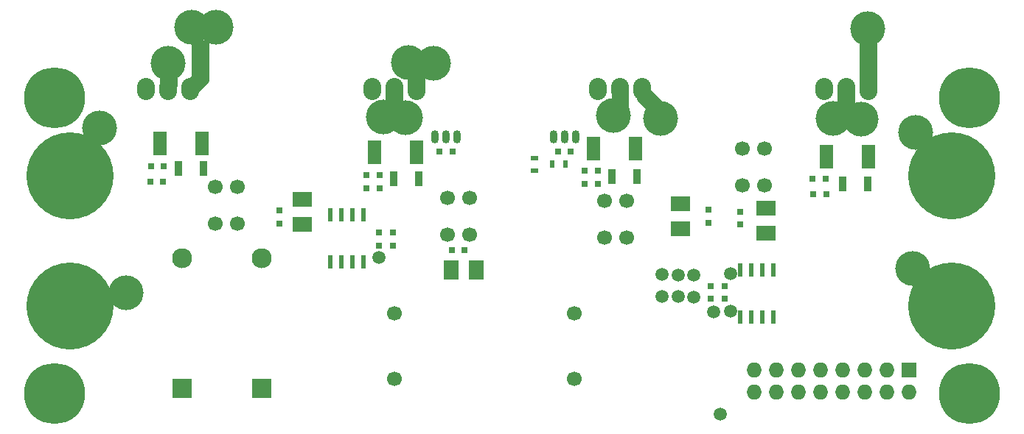
<source format=gbr>
G04 #@! TF.FileFunction,Soldermask,Top*
%FSLAX46Y46*%
G04 Gerber Fmt 4.6, Leading zero omitted, Abs format (unit mm)*
G04 Created by KiCad (PCBNEW 4.0.1-stable) date 13.01.2016 23:47:25*
%MOMM*%
G01*
G04 APERTURE LIST*
%ADD10C,0.100000*%
%ADD11C,7.000000*%
%ADD12R,0.750000X0.800000*%
%ADD13R,0.800000X0.750000*%
%ADD14R,1.800000X2.230000*%
%ADD15R,2.230000X1.800000*%
%ADD16C,1.700000*%
%ADD17R,2.300000X2.300000*%
%ADD18C,2.300000*%
%ADD19R,1.501140X2.700020*%
%ADD20R,0.900000X0.500000*%
%ADD21R,0.500000X0.900000*%
%ADD22R,0.900000X1.700000*%
%ADD23O,0.899160X1.501140*%
%ADD24R,0.600000X1.550000*%
%ADD25C,10.000000*%
%ADD26O,2.032000X2.540000*%
%ADD27R,1.727200X1.727200*%
%ADD28O,1.727200X1.727200*%
%ADD29C,1.500000*%
%ADD30C,4.000000*%
%ADD31C,0.254000*%
G04 APERTURE END LIST*
D10*
D11*
X135000000Y-41000000D03*
X240000000Y-41000000D03*
X240000000Y-75000000D03*
D12*
X173847000Y-56515000D03*
X173847000Y-58015000D03*
X210296000Y-62635000D03*
X210296000Y-64135000D03*
X172196000Y-56527000D03*
X172196000Y-58027000D03*
X211947000Y-62635000D03*
X211947000Y-64135000D03*
D13*
X180578000Y-58547000D03*
X182078000Y-58547000D03*
D14*
X183435000Y-60833000D03*
X180515000Y-60833000D03*
D15*
X163433000Y-55562000D03*
X163433000Y-52642000D03*
D12*
X160766000Y-53987000D03*
X160766000Y-55487000D03*
X210042000Y-55360000D03*
X210042000Y-53860000D03*
D15*
X206867000Y-53150000D03*
X206867000Y-56070000D03*
X216646000Y-53658000D03*
X216646000Y-56578000D03*
D12*
X213725000Y-55602000D03*
X213725000Y-54102000D03*
D13*
X170799000Y-49911000D03*
X172299000Y-49911000D03*
X172299000Y-51435000D03*
X170799000Y-51435000D03*
X146034000Y-48895000D03*
X147534000Y-48895000D03*
X147431000Y-50673000D03*
X145931000Y-50673000D03*
X195830000Y-49403000D03*
X197330000Y-49403000D03*
X197330000Y-50927000D03*
X195830000Y-50927000D03*
X221992000Y-50292000D03*
X223492000Y-50292000D03*
X223607000Y-52070000D03*
X222107000Y-52070000D03*
D16*
X194675000Y-73333000D03*
X194675000Y-65833000D03*
X173974000Y-73333000D03*
X173974000Y-65833000D03*
D17*
X149590000Y-74483000D03*
D18*
X149590000Y-59483000D03*
D17*
X158734000Y-74483000D03*
D18*
X158734000Y-59483000D03*
D19*
X171700700Y-47244000D03*
X176501300Y-47244000D03*
X147062700Y-46228000D03*
X151863300Y-46228000D03*
X196846700Y-46863000D03*
X201647300Y-46863000D03*
X223631000Y-47752000D03*
X228431600Y-47752000D03*
D20*
X190071000Y-49419000D03*
X190071000Y-47919000D03*
D21*
X192147000Y-48641000D03*
X193647000Y-48641000D03*
D22*
X176821000Y-50292000D03*
X173921000Y-50292000D03*
X152056000Y-49149000D03*
X149156000Y-49149000D03*
X201840000Y-50038000D03*
X198940000Y-50038000D03*
X228383000Y-50927000D03*
X225483000Y-50927000D03*
D23*
X179943000Y-45466000D03*
X178673000Y-45466000D03*
X181213000Y-45466000D03*
X193532000Y-45466000D03*
X192262000Y-45466000D03*
X194802000Y-45466000D03*
D24*
X166608000Y-59850000D03*
X167878000Y-59850000D03*
X169148000Y-59850000D03*
X170418000Y-59850000D03*
X170418000Y-54450000D03*
X169148000Y-54450000D03*
X167878000Y-54450000D03*
X166608000Y-54450000D03*
X213725000Y-66200000D03*
X214995000Y-66200000D03*
X216265000Y-66200000D03*
X217535000Y-66200000D03*
X217535000Y-60800000D03*
X216265000Y-60800000D03*
X214995000Y-60800000D03*
X213725000Y-60800000D03*
D16*
X182610000Y-52510000D03*
X180070000Y-52510000D03*
X182610000Y-56710000D03*
X180070000Y-56710000D03*
X155940000Y-51240000D03*
X153400000Y-51240000D03*
X155940000Y-55440000D03*
X153400000Y-55440000D03*
X200644000Y-52891000D03*
X198104000Y-52891000D03*
X200644000Y-57091000D03*
X198104000Y-57091000D03*
X213979000Y-51054000D03*
X216519000Y-51054000D03*
X213979000Y-46854000D03*
X216519000Y-46854000D03*
D25*
X136763000Y-65000000D03*
X136763000Y-50000000D03*
X238000000Y-50000000D03*
X238000000Y-65000000D03*
D11*
X135000000Y-75000000D03*
D26*
X148000000Y-40000000D03*
X150540000Y-40000000D03*
X145460000Y-40000000D03*
X173960000Y-40000000D03*
X176500000Y-40000000D03*
X171420000Y-40000000D03*
X199920000Y-40000000D03*
X202460000Y-40000000D03*
X197380000Y-40000000D03*
X225880000Y-40000000D03*
X228420000Y-40000000D03*
X223340000Y-40000000D03*
D27*
X233124000Y-72291000D03*
D28*
X233124000Y-74831000D03*
X230584000Y-72291000D03*
X230584000Y-74831000D03*
X228044000Y-72291000D03*
X228044000Y-74831000D03*
X225504000Y-72291000D03*
X225504000Y-74831000D03*
X222964000Y-72291000D03*
X222964000Y-74831000D03*
X220424000Y-72291000D03*
X220424000Y-74831000D03*
X217884000Y-72291000D03*
X217884000Y-74831000D03*
X215344000Y-72291000D03*
X215344000Y-74831000D03*
D13*
X179161000Y-47145000D03*
X180661000Y-47145000D03*
X192750000Y-47145000D03*
X194250000Y-47145000D03*
D29*
X172196000Y-59345958D03*
X210677000Y-65659000D03*
D30*
X175236820Y-43265853D03*
X172739869Y-43241445D03*
X143208000Y-63401000D03*
X199120000Y-43053000D03*
X140160001Y-44478000D03*
X153527000Y-32893000D03*
X150733000Y-32893000D03*
X228330000Y-33020000D03*
D29*
X204704148Y-61345334D03*
X204724000Y-63889020D03*
X211407000Y-77371000D03*
X212582000Y-61214000D03*
X212582000Y-65532000D03*
X206581000Y-61369000D03*
X206629000Y-63889020D03*
X208378895Y-63909229D03*
X208359000Y-61369000D03*
D30*
X178514000Y-36984998D03*
X175642331Y-36946598D03*
X233886000Y-44986000D03*
X148034000Y-36985012D03*
X204549000Y-43335000D03*
X224351690Y-43359378D03*
X227589472Y-43412657D03*
X233505000Y-60607000D03*
D31*
G36*
X226774000Y-42319000D02*
X224996000Y-42319000D01*
X224996000Y-39779000D01*
X226774000Y-39779000D01*
X226774000Y-42319000D01*
X226774000Y-42319000D01*
G37*
X226774000Y-42319000D02*
X224996000Y-42319000D01*
X224996000Y-39779000D01*
X226774000Y-39779000D01*
X226774000Y-42319000D01*
G36*
X229314000Y-40033000D02*
X227536000Y-40033000D01*
X227536000Y-32159000D01*
X229314000Y-32159000D01*
X229314000Y-40033000D01*
X229314000Y-40033000D01*
G37*
X229314000Y-40033000D02*
X227536000Y-40033000D01*
X227536000Y-32159000D01*
X229314000Y-32159000D01*
X229314000Y-40033000D01*
G36*
X205131394Y-41938000D02*
X203914000Y-43155394D01*
X201913394Y-41154788D01*
X202798771Y-39605377D01*
X205131394Y-41938000D01*
X205131394Y-41938000D01*
G37*
X205131394Y-41938000D02*
X203914000Y-43155394D01*
X201913394Y-41154788D01*
X202798771Y-39605377D01*
X205131394Y-41938000D01*
G36*
X200739000Y-42573000D02*
X199088000Y-42573000D01*
X199088000Y-40033000D01*
X200739000Y-40033000D01*
X200739000Y-42573000D01*
X200739000Y-42573000D01*
G37*
X200739000Y-42573000D02*
X199088000Y-42573000D01*
X199088000Y-40033000D01*
X200739000Y-40033000D01*
X200739000Y-42573000D01*
G36*
X174831000Y-42065000D02*
X173053000Y-42065000D01*
X173053000Y-40160000D01*
X174831000Y-40160000D01*
X174831000Y-42065000D01*
X174831000Y-42065000D01*
G37*
X174831000Y-42065000D02*
X173053000Y-42065000D01*
X173053000Y-40160000D01*
X174831000Y-40160000D01*
X174831000Y-42065000D01*
G36*
X148923000Y-39652000D02*
X147145000Y-39652000D01*
X147145000Y-36985000D01*
X148923000Y-36985000D01*
X148923000Y-39652000D01*
X148923000Y-39652000D01*
G37*
X148923000Y-39652000D02*
X147145000Y-39652000D01*
X147145000Y-36985000D01*
X148923000Y-36985000D01*
X148923000Y-39652000D01*
G36*
X177371000Y-39652000D02*
X175593000Y-39652000D01*
X175593000Y-38128000D01*
X177371000Y-38128000D01*
X177371000Y-39652000D01*
X177371000Y-39652000D01*
G37*
X177371000Y-39652000D02*
X175593000Y-39652000D01*
X175593000Y-38128000D01*
X177371000Y-38128000D01*
X177371000Y-39652000D01*
G36*
X152606000Y-39091394D02*
X151001387Y-40696007D01*
X150338402Y-39038546D01*
X150800170Y-38461336D01*
X150823223Y-38416503D01*
X150828000Y-38382000D01*
X150828000Y-34445000D01*
X152606000Y-34445000D01*
X152606000Y-39091394D01*
X152606000Y-39091394D01*
G37*
X152606000Y-39091394D02*
X151001387Y-40696007D01*
X150338402Y-39038546D01*
X150800170Y-38461336D01*
X150823223Y-38416503D01*
X150828000Y-38382000D01*
X150828000Y-34445000D01*
X152606000Y-34445000D01*
X152606000Y-39091394D01*
M02*

</source>
